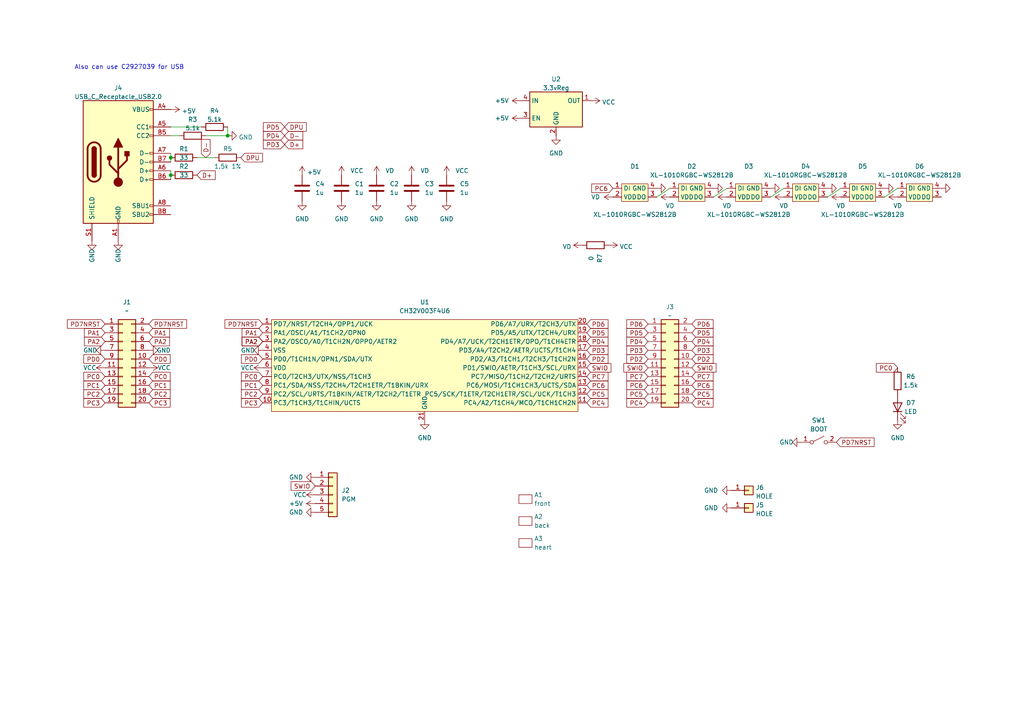
<source format=kicad_sch>
(kicad_sch (version 20211123) (generator eeschema)
  (paper "A4")
  (lib_symbols
    (symbol "CH32V003F4U6:CH32V003F4U6"
      (property "Reference" "U" (at 0 0 0))
      (property "Value" "CH32V003F4U6" (at 0 3.81 0))
      (symbol "CH32V003F4U6_0_1"
        (rectangle (start -44.45 12.7) (end 44.45 -13.97) (fill (type background)))
      )
      (symbol "CH32V003F4U6_1_1"
        (pin bidirectional line (at -46.99 11.43 0) (length 2.54) (name "PD7/NRST/T2CH4/OPP1/UCK") (number "1"))
        (pin bidirectional line (at -46.99 -11.43 0) (length 2.54) (name "PC3/T1CH3/T1CHIN/UCTS") (number "10"))
        (pin bidirectional line (at 46.99 -11.43 180) (length 2.54) (name "PC4/A2/T1CH4/MCO/T1CH1CH2N") (number "11"))
        (pin bidirectional line (at 46.99 -8.89 180) (length 2.54) (name "PC5/SCK/T1ETR/T2CH1ETR/SCL/UCK/T1CH3") (number "12"))
        (pin bidirectional line (at 46.99 -6.35 180) (length 2.54) (name "PC6/MOSI/T1CH1CH3/UCTS/SDA") (number "13"))
        (pin bidirectional line (at 46.99 -3.81 180) (length 2.54) (name "PC7/MISO/T1CH2/T2CH2/URTS") (number "14"))
        (pin bidirectional line (at 46.99 -1.27 180) (length 2.54) (name "PD1/SWIO/AETR/T1CH3/SCL/URX") (number "15"))
        (pin bidirectional line (at 46.99 1.27 180) (length 2.54) (name "PD2/A3/T1CH1/T2CH3/T1CH2N") (number "16"))
        (pin bidirectional line (at 46.99 3.81 180) (length 2.54) (name "PD3/A4/T2CH2/AETR/UCTS/T1CH4") (number "17"))
        (pin bidirectional line (at 46.99 6.35 180) (length 2.54) (name "PD4/A7/UCK/T2CH1ETR/OPO/T1CH4ETR") (number "18"))
        (pin bidirectional line (at 46.99 8.89 180) (length 2.54) (name "PD5/A5/UTX/T2CH4/URX") (number "19"))
        (pin bidirectional line (at -46.99 8.89 0) (length 2.54) (name "PA1/OSCI/A1/T1CH2/OPN0") (number "2"))
        (pin bidirectional line (at 46.99 11.43 180) (length 2.54) (name "PD6/A7/URX/T2CH3/UTX") (number "20"))
        (pin bidirectional line (at 0 -16.51 90) (length 2.54) (name "GND") (number "21"))
        (pin bidirectional line (at -46.99 6.35 0) (length 2.54) (name "PA2/OSCO/A0/T1CH2N/OPP0/AETR2") (number "3"))
        (pin bidirectional line (at -46.99 3.81 0) (length 2.54) (name "VSS") (number "4"))
        (pin bidirectional line (at -46.99 1.27 0) (length 2.54) (name "PD0/T1CH1N/OPN1/SDA/UTX") (number "5"))
        (pin bidirectional line (at -46.99 -1.27 0) (length 2.54) (name "VDD") (number "6"))
        (pin bidirectional line (at -46.99 -3.81 0) (length 2.54) (name "PC0/T2CH3/UTX/NSS/T1CH3") (number "7"))
        (pin bidirectional line (at -46.99 -6.35 0) (length 2.54) (name "PC1/SDA/NSS/T2CH4/T2CH1ETR/T1BKIN/URX") (number "8"))
        (pin bidirectional line (at -46.99 -8.89 0) (length 2.54) (name "PC2/SCL/URTS/T1BKIN/AETR/T2CH2/T1ETR") (number "9"))
      )
    )
    (symbol "Connector:USB_C_Receptacle_USB2.0" (pin_names (offset 1.016))
      (property "Reference" "J" (at -10.16 19.05 0))
      (property "Value" "USB_C_Receptacle_USB2.0" (at 19.05 19.05 0))
      (symbol "USB_C_Receptacle_USB2.0_0_0"
        (rectangle (start -0.254 -17.78) (end 0.254 -16.764))
        (rectangle (start 10.16 -14.986) (end 9.144 -15.494))
        (rectangle (start 10.16 -12.446) (end 9.144 -12.954))
        (rectangle (start 10.16 -4.826) (end 9.144 -5.334))
        (rectangle (start 10.16 -2.286) (end 9.144 -2.794))
        (rectangle (start 10.16 0.254) (end 9.144 -0.254))
        (rectangle (start 10.16 2.794) (end 9.144 2.286))
        (rectangle (start 10.16 7.874) (end 9.144 7.366))
        (rectangle (start 10.16 10.414) (end 9.144 9.906))
        (rectangle (start 10.16 15.494) (end 9.144 14.986))
      )
      (symbol "USB_C_Receptacle_USB2.0_0_1"
        (rectangle (start -10.16 17.78) (end 10.16 -17.78) (stroke (width 0.254)) (fill (type background)))
        (arc (start -8.89 -3.81) (mid -6.985 -5.715) (end -5.08 -3.81) (stroke (width 0.508)))
        (arc (start -7.62 -3.81) (mid -6.985 -4.445) (end -6.35 -3.81) (stroke (width 0.254)))
        (arc (start -7.62 -3.81) (mid -6.985 -4.445) (end -6.35 -3.81) (stroke (width 0.254)) (fill (type outline)))
        (rectangle (start -7.62 -3.81) (end -6.35 3.81) (stroke (width 0.254)) (fill (type outline)))
        (arc (start -6.35 3.81) (mid -6.985 4.445) (end -7.62 3.81) (stroke (width 0.254)))
        (arc (start -6.35 3.81) (mid -6.985 4.445) (end -7.62 3.81) (stroke (width 0.254)) (fill (type outline)))
        (arc (start -5.08 3.81) (mid -6.985 5.715) (end -8.89 3.81) (stroke (width 0.508)))
        (circle (center -2.54 1.143) (radius 0.635) (stroke (width 0.254)) (fill (type outline)))
        (circle (center 0 -5.842) (radius 1.27) (fill (type outline)))
        (polyline (pts (xy -8.89 -3.81) (xy -8.89 3.81)) (stroke (width 0.508)))
        (polyline (pts (xy -5.08 3.81) (xy -5.08 -3.81)) (stroke (width 0.508)))
        (polyline (pts (xy 0 -5.842) (xy 0 4.318)) (stroke (width 0.508)))
        (polyline (pts (xy 0 -3.302) (xy -2.54 -0.762) (xy -2.54 0.508)) (stroke (width 0.508)))
        (polyline (pts (xy 0 -2.032) (xy 2.54 0.508) (xy 2.54 1.778)) (stroke (width 0.508)))
        (polyline (pts (xy -1.27 4.318) (xy 0 6.858) (xy 1.27 4.318) (xy -1.27 4.318)) (stroke (width 0.254)) (fill (type outline)))
        (rectangle (start 1.905 1.778) (end 3.175 3.048) (stroke (width 0.254)) (fill (type outline)))
      )
      (symbol "USB_C_Receptacle_USB2.0_1_1"
        (pin passive line (at 0 -22.86 90) (length 5.08) (name "GND") (number "A1"))
        (pin passive line (at 0 -22.86 90) (length 5.08) hide (name "GND") (number "A12"))
        (pin passive line (at 15.24 15.24 180) (length 5.08) (name "VBUS") (number "A4"))
        (pin bidirectional line (at 15.24 10.16 180) (length 5.08) (name "CC1") (number "A5"))
        (pin bidirectional line (at 15.24 -2.54 180) (length 5.08) (name "D+") (number "A6"))
        (pin bidirectional line (at 15.24 2.54 180) (length 5.08) (name "D-") (number "A7"))
        (pin bidirectional line (at 15.24 -12.7 180) (length 5.08) (name "SBU1") (number "A8"))
        (pin passive line (at 15.24 15.24 180) (length 5.08) hide (name "VBUS") (number "A9"))
        (pin passive line (at 0 -22.86 90) (length 5.08) hide (name "GND") (number "B1"))
        (pin passive line (at 0 -22.86 90) (length 5.08) hide (name "GND") (number "B12"))
        (pin passive line (at 15.24 15.24 180) (length 5.08) hide (name "VBUS") (number "B4"))
        (pin bidirectional line (at 15.24 7.62 180) (length 5.08) (name "CC2") (number "B5"))
        (pin bidirectional line (at 15.24 -5.08 180) (length 5.08) (name "D+") (number "B6"))
        (pin bidirectional line (at 15.24 0 180) (length 5.08) (name "D-") (number "B7"))
        (pin bidirectional line (at 15.24 -15.24 180) (length 5.08) (name "SBU2") (number "B8"))
        (pin passive line (at 15.24 15.24 180) (length 5.08) hide (name "VBUS") (number "B9"))
        (pin passive line (at -7.62 -22.86 90) (length 5.08) (name "SHIELD") (number "S1"))
      )
    )
    (symbol "Connector_Generic:Conn_01x01" (pin_names (offset 1.016) hide)
      (property "Reference" "J" (at 0 2.54 0))
      (property "Value" "Conn_01x01" (at 0 -2.54 0))
      (symbol "Conn_01x01_1_1"
        (rectangle (start -1.27 0.127) (end 0 -0.127) (stroke (width 0.1524)))
        (rectangle (start -1.27 1.27) (end 1.27 -1.27) (stroke (width 0.254)) (fill (type background)))
        (pin passive line (at -5.08 0 0) (length 3.81) (name "Pin_1") (number "1"))
      )
    )
    (symbol "Connector_Generic:Conn_01x05" (pin_names (offset 1.016) hide)
      (property "Reference" "J" (at 0 7.62 0))
      (property "Value" "Conn_01x05" (at 0 -7.62 0))
      (symbol "Conn_01x05_1_1"
        (rectangle (start -1.27 -4.953) (end 0 -5.207) (stroke (width 0.1524)))
        (rectangle (start -1.27 -2.413) (end 0 -2.667) (stroke (width 0.1524)))
        (rectangle (start -1.27 0.127) (end 0 -0.127) (stroke (width 0.1524)))
        (rectangle (start -1.27 2.667) (end 0 2.413) (stroke (width 0.1524)))
        (rectangle (start -1.27 5.207) (end 0 4.953) (stroke (width 0.1524)))
        (rectangle (start -1.27 6.35) (end 1.27 -6.35) (stroke (width 0.254)) (fill (type background)))
        (pin passive line (at -5.08 5.08 0) (length 3.81) (name "Pin_1") (number "1"))
        (pin passive line (at -5.08 2.54 0) (length 3.81) (name "Pin_2") (number "2"))
        (pin passive line (at -5.08 0 0) (length 3.81) (name "Pin_3") (number "3"))
        (pin passive line (at -5.08 -2.54 0) (length 3.81) (name "Pin_4") (number "4"))
        (pin passive line (at -5.08 -5.08 0) (length 3.81) (name "Pin_5") (number "5"))
      )
    )
    (symbol "Connector_Generic:Conn_02x10_Odd_Even" (pin_names (offset 1.016) hide)
      (property "Reference" "J" (at 1.27 12.7 0))
      (property "Value" "Conn_02x10_Odd_Even" (at 1.27 -15.24 0))
      (symbol "Conn_02x10_Odd_Even_1_1"
        (rectangle (start -1.27 -12.573) (end 0 -12.827) (stroke (width 0.1524)))
        (rectangle (start -1.27 -10.033) (end 0 -10.287) (stroke (width 0.1524)))
        (rectangle (start -1.27 -7.493) (end 0 -7.747) (stroke (width 0.1524)))
        (rectangle (start -1.27 -4.953) (end 0 -5.207) (stroke (width 0.1524)))
        (rectangle (start -1.27 -2.413) (end 0 -2.667) (stroke (width 0.1524)))
        (rectangle (start -1.27 0.127) (end 0 -0.127) (stroke (width 0.1524)))
        (rectangle (start -1.27 2.667) (end 0 2.413) (stroke (width 0.1524)))
        (rectangle (start -1.27 5.207) (end 0 4.953) (stroke (width 0.1524)))
        (rectangle (start -1.27 7.747) (end 0 7.493) (stroke (width 0.1524)))
        (rectangle (start -1.27 10.287) (end 0 10.033) (stroke (width 0.1524)))
        (rectangle (start -1.27 11.43) (end 3.81 -13.97) (stroke (width 0.254)) (fill (type background)))
        (rectangle (start 3.81 -12.573) (end 2.54 -12.827) (stroke (width 0.1524)))
        (rectangle (start 3.81 -10.033) (end 2.54 -10.287) (stroke (width 0.1524)))
        (rectangle (start 3.81 -7.493) (end 2.54 -7.747) (stroke (width 0.1524)))
        (rectangle (start 3.81 -4.953) (end 2.54 -5.207) (stroke (width 0.1524)))
        (rectangle (start 3.81 -2.413) (end 2.54 -2.667) (stroke (width 0.1524)))
        (rectangle (start 3.81 0.127) (end 2.54 -0.127) (stroke (width 0.1524)))
        (rectangle (start 3.81 2.667) (end 2.54 2.413) (stroke (width 0.1524)))
        (rectangle (start 3.81 5.207) (end 2.54 4.953) (stroke (width 0.1524)))
        (rectangle (start 3.81 7.747) (end 2.54 7.493) (stroke (width 0.1524)))
        (rectangle (start 3.81 10.287) (end 2.54 10.033) (stroke (width 0.1524)))
        (pin passive line (at -5.08 10.16 0) (length 3.81) (name "Pin_1") (number "1"))
        (pin passive line (at 7.62 0 180) (length 3.81) (name "Pin_10") (number "10"))
        (pin passive line (at -5.08 -2.54 0) (length 3.81) (name "Pin_11") (number "11"))
        (pin passive line (at 7.62 -2.54 180) (length 3.81) (name "Pin_12") (number "12"))
        (pin passive line (at -5.08 -5.08 0) (length 3.81) (name "Pin_13") (number "13"))
        (pin passive line (at 7.62 -5.08 180) (length 3.81) (name "Pin_14") (number "14"))
        (pin passive line (at -5.08 -7.62 0) (length 3.81) (name "Pin_15") (number "15"))
        (pin passive line (at 7.62 -7.62 180) (length 3.81) (name "Pin_16") (number "16"))
        (pin passive line (at -5.08 -10.16 0) (length 3.81) (name "Pin_17") (number "17"))
        (pin passive line (at 7.62 -10.16 180) (length 3.81) (name "Pin_18") (number "18"))
        (pin passive line (at -5.08 -12.7 0) (length 3.81) (name "Pin_19") (number "19"))
        (pin passive line (at 7.62 10.16 180) (length 3.81) (name "Pin_2") (number "2"))
        (pin passive line (at 7.62 -12.7 180) (length 3.81) (name "Pin_20") (number "20"))
        (pin passive line (at -5.08 7.62 0) (length 3.81) (name "Pin_3") (number "3"))
        (pin passive line (at 7.62 7.62 180) (length 3.81) (name "Pin_4") (number "4"))
        (pin passive line (at -5.08 5.08 0) (length 3.81) (name "Pin_5") (number "5"))
        (pin passive line (at 7.62 5.08 180) (length 3.81) (name "Pin_6") (number "6"))
        (pin passive line (at -5.08 2.54 0) (length 3.81) (name "Pin_7") (number "7"))
        (pin passive line (at 7.62 2.54 180) (length 3.81) (name "Pin_8") (number "8"))
        (pin passive line (at -5.08 0 0) (length 3.81) (name "Pin_9") (number "9"))
      )
    )
    (symbol "Device:C" (pin_numbers hide) (pin_names (offset 0.254))
      (property "Reference" "C" (at 0.635 2.54 0))
      (property "Value" "C" (at 0.635 -2.54 0))
      (symbol "C_0_1"
        (polyline (pts (xy -2.032 -0.762) (xy 2.032 -0.762)) (stroke (width 0.508)))
        (polyline (pts (xy -2.032 0.762) (xy 2.032 0.762)) (stroke (width 0.508)))
      )
      (symbol "C_1_1"
        (pin passive line (at 0 3.81 270) (length 2.794) (name "~") (number "1"))
        (pin passive line (at 0 -3.81 90) (length 2.794) (name "~") (number "2"))
      )
    )
    (symbol "Device:LED" (pin_numbers hide) (pin_names (offset 1.016) hide)
      (property "Reference" "D" (at 0 2.54 0))
      (property "Value" "LED" (at 0 -2.54 0))
      (symbol "LED_0_1"
        (polyline (pts (xy -1.27 -1.27) (xy -1.27 1.27)) (stroke (width 0.254)))
        (polyline (pts (xy -1.27 0) (xy 1.27 0)))
        (polyline (pts (xy 1.27 -1.27) (xy 1.27 1.27) (xy -1.27 0) (xy 1.27 -1.27)) (stroke (width 0.254)))
        (polyline (pts (xy -3.048 -0.762) (xy -4.572 -2.286) (xy -3.81 -2.286) (xy -4.572 -2.286) (xy -4.572 -1.524)))
        (polyline (pts (xy -1.778 -0.762) (xy -3.302 -2.286) (xy -2.54 -2.286) (xy -3.302 -2.286) (xy -3.302 -1.524)))
      )
      (symbol "LED_1_1"
        (pin passive line (at -3.81 0 0) (length 2.54) (name "K") (number "1"))
        (pin passive line (at 3.81 0 180) (length 2.54) (name "A") (number "2"))
      )
    )
    (symbol "Device:R" (pin_numbers hide) (pin_names (offset 0))
      (property "Reference" "R" (at 2.032 0 90))
      (property "Value" "R" (at 0 0 90))
      (symbol "R_0_1"
        (rectangle (start -1.016 -2.54) (end 1.016 2.54) (stroke (width 0.254)))
      )
      (symbol "R_1_1"
        (pin passive line (at 0 3.81 270) (length 1.27) (name "~") (number "1"))
        (pin passive line (at 0 -3.81 90) (length 1.27) (name "~") (number "2"))
      )
    )
    (symbol "Regulator_Linear:NCP115AMX120TCG"
      (property "Reference" "U" (at 2.54 10.16 0))
      (property "Value" "NCP115AMX120TCG" (at 10.16 7.62 0))
      (symbol "NCP115AMX120TCG_0_1"
        (rectangle (start -7.62 5.08) (end 7.62 -5.08) (stroke (width 0.254)) (fill (type background)))
      )
      (symbol "NCP115AMX120TCG_1_1"
        (pin power_out line (at 10.16 2.54 180) (length 2.54) (name "OUT") (number "1"))
        (pin power_in line (at 0 -7.62 90) (length 2.54) (name "GND") (number "2"))
        (pin input line (at -10.16 -2.54 0) (length 2.54) (name "EN") (number "3"))
        (pin power_in line (at -10.16 2.54 0) (length 2.54) (name "IN") (number "4"))
        (pin passive line (at 0 -7.62 90) (length 2.54) hide (name "GND") (number "5"))
      )
    )
    (symbol "SK6805-EC15_1"
      (property "Reference" "D" (at 0 -3.81 0))
      (property "Value" "SK6805-EC15_1" (at -1.27 3.81 0))
      (symbol "SK6805-EC15_1_0_1"
        (rectangle (start -3.81 2.54) (end 3.81 -2.54) (fill (type background)))
      )
      (symbol "SK6805-EC15_1_1_1"
        (pin input line (at -6.35 1.27 0) (length 2.54) (name "DI") (number "1"))
        (pin power_in line (at -6.35 -1.27 0) (length 2.54) (name "VDD") (number "2"))
        (pin output line (at 6.35 -1.27 180) (length 2.54) (name "DO") (number "3"))
        (pin power_in line (at 6.35 1.27 180) (length 2.54) (name "GND") (number "4"))
      )
    )
    (symbol "SK6805-EC15_2"
      (property "Reference" "D" (at 0 -3.81 0))
      (property "Value" "SK6805-EC15_2" (at -1.27 3.81 0))
      (symbol "SK6805-EC15_2_0_1"
        (rectangle (start -3.81 2.54) (end 3.81 -2.54) (fill (type background)))
      )
      (symbol "SK6805-EC15_2_1_1"
        (pin input line (at -6.35 1.27 0) (length 2.54) (name "DI") (number "1"))
        (pin power_in line (at -6.35 -1.27 0) (length 2.54) (name "VDD") (number "2"))
        (pin output line (at 6.35 -1.27 180) (length 2.54) (name "DO") (number "3"))
        (pin power_in line (at 6.35 1.27 180) (length 2.54) (name "GND") (number "4"))
      )
    )
    (symbol "SK6805-EC15_3"
      (property "Reference" "D" (at 0 -3.81 0))
      (property "Value" "SK6805-EC15_3" (at -1.27 3.81 0))
      (symbol "SK6805-EC15_3_0_1"
        (rectangle (start -3.81 2.54) (end 3.81 -2.54) (fill (type background)))
      )
      (symbol "SK6805-EC15_3_1_1"
        (pin input line (at -6.35 1.27 0) (length 2.54) (name "DI") (number "1"))
        (pin power_in line (at -6.35 -1.27 0) (length 2.54) (name "VDD") (number "2"))
        (pin output line (at 6.35 -1.27 180) (length 2.54) (name "DO") (number "3"))
        (pin power_in line (at 6.35 1.27 180) (length 2.54) (name "GND") (number "4"))
      )
    )
    (symbol "SK6805-EC15_4"
      (property "Reference" "D" (at 0 -3.81 0))
      (property "Value" "SK6805-EC15_4" (at -1.27 3.81 0))
      (symbol "SK6805-EC15_4_0_1"
        (rectangle (start -3.81 2.54) (end 3.81 -2.54) (fill (type background)))
      )
      (symbol "SK6805-EC15_4_1_1"
        (pin input line (at -6.35 1.27 0) (length 2.54) (name "DI") (number "1"))
        (pin power_in line (at -6.35 -1.27 0) (length 2.54) (name "VDD") (number "2"))
        (pin output line (at 6.35 -1.27 180) (length 2.54) (name "DO") (number "3"))
        (pin power_in line (at 6.35 1.27 180) (length 2.54) (name "GND") (number "4"))
      )
    )
    (symbol "SK6805-EC15_5"
      (property "Reference" "D" (at 0 -3.81 0))
      (property "Value" "SK6805-EC15_5" (at -1.27 3.81 0))
      (symbol "SK6805-EC15_5_0_1"
        (rectangle (start -3.81 2.54) (end 3.81 -2.54) (fill (type background)))
      )
      (symbol "SK6805-EC15_5_1_1"
        (pin input line (at -6.35 1.27 0) (length 2.54) (name "DI") (number "1"))
        (pin power_in line (at -6.35 -1.27 0) (length 2.54) (name "VDD") (number "2"))
        (pin output line (at 6.35 -1.27 180) (length 2.54) (name "DO") (number "3"))
        (pin power_in line (at 6.35 1.27 180) (length 2.54) (name "GND") (number "4"))
      )
    )
    (symbol "Switch:SW_SPST" (pin_names (offset 0) hide)
      (property "Reference" "SW" (at 0 3.175 0))
      (property "Value" "SW_SPST" (at 0 -2.54 0))
      (symbol "SW_SPST_0_0"
        (circle (center -2.032 0) (radius 0.508))
        (polyline (pts (xy -1.524 0.254) (xy 1.524 1.778)))
        (circle (center 2.032 0) (radius 0.508))
      )
      (symbol "SW_SPST_1_1"
        (pin passive line (at -5.08 0 0) (length 2.54) (name "A") (number "1"))
        (pin passive line (at 5.08 0 180) (length 2.54) (name "B") (number "2"))
      )
    )
    (symbol "artwork:artwork"
      (property "Reference" "A" (at 0 0 0))
      (property "Value" "artwork" (at 0 2.54 0))
      (symbol "artwork_0_1"
        (rectangle (start -1.905 1.27) (end 1.905 -1.27))
      )
    )
    (symbol "cnhardware:SK6805-EC15"
      (property "Reference" "D" (at 0 -3.81 0))
      (property "Value" "SK6805-EC15" (at -1.27 3.81 0))
      (symbol "SK6805-EC15_0_1"
        (rectangle (start -3.81 2.54) (end 3.81 -2.54) (fill (type background)))
      )
      (symbol "SK6805-EC15_1_1"
        (pin input line (at -6.35 1.27 0) (length 2.54) (name "DI") (number "1"))
        (pin power_in line (at -6.35 -1.27 0) (length 2.54) (name "VDD") (number "2"))
        (pin output line (at 6.35 -1.27 180) (length 2.54) (name "DO") (number "3"))
        (pin power_in line (at 6.35 1.27 180) (length 2.54) (name "GND") (number "4"))
      )
    )
    (symbol "power:+5V" (power) (pin_names (offset 0))
      (property "Value" "+5V" (at 0 3.556 0))
      (symbol "+5V_0_1"
        (polyline (pts (xy -0.762 1.27) (xy 0 2.54)))
        (polyline (pts (xy 0 0) (xy 0 2.54)))
        (polyline (pts (xy 0 2.54) (xy 0.762 1.27)))
      )
      (symbol "+5V_1_1"
        (pin power_in line (at 0 0 90) (length 0) hide (name "+5V") (number "1"))
      )
    )
    (symbol "power:GND" (power) (pin_names (offset 0))
      (property "Value" "GND" (at 0 -3.81 0))
      (symbol "GND_0_1"
        (polyline (pts (xy 0 0) (xy 0 -1.27) (xy 1.27 -1.27) (xy 0 -2.54) (xy -1.27 -1.27) (xy 0 -1.27)))
      )
      (symbol "GND_1_1"
        (pin power_in line (at 0 0 270) (length 0) hide (name "GND") (number "1"))
      )
    )
    (symbol "power:VCC" (power) (pin_names (offset 0))
      (property "Value" "VCC" (at 0 3.81 0))
      (symbol "VCC_0_1"
        (polyline (pts (xy -0.762 1.27) (xy 0 2.54)))
        (polyline (pts (xy 0 0) (xy 0 2.54)))
        (polyline (pts (xy 0 2.54) (xy 0.762 1.27)))
      )
      (symbol "VCC_1_1"
        (pin power_in line (at 0 0 90) (length 0) hide (name "VCC") (number "1"))
      )
    )
    (symbol "power:VD" (power) (pin_names (offset 0))
      (property "Value" "VD" (at 0 3.81 0))
      (symbol "VD_0_1"
        (polyline (pts (xy -0.762 1.27) (xy 0 2.54)))
        (polyline (pts (xy 0 0) (xy 0 2.54)))
        (polyline (pts (xy 0 2.54) (xy 0.762 1.27)))
      )
      (symbol "VD_1_1"
        (pin power_in line (at 0 0 90) (length 0) hide (name "VD") (number "1"))
      )
    )
  )
  (junction (at 49.53 50.8))
  (junction (at 66.04 39.37))
  (junction (at 49.53 45.72))
  (wire (pts (xy 57.15 45.72) (xy 62.23 45.72)))
  (wire (pts (xy 52.07 39.37) (xy 49.53 39.37)))
  (wire (pts (xy 66.04 39.37) (xy 66.04 36.83)))
  (wire (pts (xy 223.52 57.15) (xy 227.33 54.61)))
  (wire (pts (xy 49.53 49.53) (xy 49.53 50.8)))
  (wire (pts (xy 207.01 57.15) (xy 210.82 54.61)))
  (wire (pts (xy 190.5 57.15) (xy 194.31 54.61)))
  (wire (pts (xy 240.03 57.15) (xy 243.84 54.61)))
  (wire (pts (xy 49.53 45.72) (xy 49.53 46.99)))
  (wire (pts (xy 59.69 39.37) (xy 66.04 39.37)))
  (wire (pts (xy 256.54 57.15) (xy 260.35 54.61)))
  (wire (pts (xy 49.53 44.45) (xy 49.53 45.72)))
  (wire (pts (xy 58.42 36.83) (xy 49.53 36.83)))
  (wire (pts (xy 49.53 50.8) (xy 49.53 52.07)))
  (text "Also can use C2927039 for USB" (at 21.59 20.32 0) (effects (font (size 1.27 1.27)) (justify left bottom)))
  (global_label "PC5" (shape input) (at 187.96 114.3 180) (property "Intersheet References" "${INTERSHEET_REFS}" (effects hide)))
  (global_label "PC3" (shape input) (at 30.48 116.84 180) (property "Intersheet References" "${INTERSHEET_REFS}" (effects hide)))
  (global_label "PA1" (shape input) (at 43.18 96.52 0) (property "Intersheet References" "${INTERSHEET_REFS}" (effects hide)))
  (global_label "PD6" (shape input) (at 170.18 93.98 0) (property "Intersheet References" "${INTERSHEET_REFS}" (effects hide)))
  (global_label "D+" (shape input) (at 82.55 41.91 0) (property "Intersheet References" "${INTERSHEET_REFS}" (effects hide)))
  (global_label "PC6" (shape input) (at 200.66 111.76 0) (property "Intersheet References" "${INTERSHEET_REFS}" (effects hide)))
  (global_label "SWIO" (shape input) (at 200.66 106.68 0) (property "Intersheet References" "${INTERSHEET_REFS}" (effects hide)))
  (global_label "PD2" (shape input) (at 170.18 104.14 0) (property "Intersheet References" "${INTERSHEET_REFS}" (effects hide)))
  (global_label "PC0" (shape input) (at 260.35 106.68 180) (property "Intersheet References" "${INTERSHEET_REFS}" (effects hide)))
  (global_label "PC5" (shape input) (at 170.18 114.3 0) (property "Intersheet References" "${INTERSHEET_REFS}" (effects hide)))
  (global_label "PA2" (shape input) (at 76.2 99.06 180) (property "Intersheet References" "${INTERSHEET_REFS}" (effects hide)))
  (global_label "PD0" (shape input) (at 30.48 104.14 180) (property "Intersheet References" "${INTERSHEET_REFS}" (effects hide)))
  (global_label "PC3" (shape input) (at 43.18 116.84 0) (property "Intersheet References" "${INTERSHEET_REFS}" (effects hide)))
  (global_label "PD5" (shape input) (at 187.96 96.52 180) (property "Intersheet References" "${INTERSHEET_REFS}" (effects hide)))
  (global_label "PC0" (shape input) (at 76.2 109.22 180) (property "Intersheet References" "${INTERSHEET_REFS}" (effects hide)))
  (global_label "PD4" (shape input) (at 170.18 99.06 0) (property "Intersheet References" "${INTERSHEET_REFS}" (effects hide)))
  (global_label "PC1" (shape input) (at 43.18 111.76 0) (property "Intersheet References" "${INTERSHEET_REFS}" (effects hide)))
  (global_label "PC3" (shape input) (at 76.2 116.84 180) (property "Intersheet References" "${INTERSHEET_REFS}" (effects hide)))
  (global_label "PD5" (shape input) (at 200.66 96.52 0) (property "Intersheet References" "${INTERSHEET_REFS}" (effects hide)))
  (global_label "PD6" (shape input) (at 200.66 93.98 0) (property "Intersheet References" "${INTERSHEET_REFS}" (effects hide)))
  (global_label "PA2" (shape input) (at 43.18 99.06 0) (property "Intersheet References" "${INTERSHEET_REFS}" (effects hide)))
  (global_label "PD7NRST" (shape input) (at 43.18 93.98 0) (property "Intersheet References" "${INTERSHEET_REFS}" (effects hide)))
  (global_label "PA1" (shape input) (at 76.2 96.52 180) (property "Intersheet References" "${INTERSHEET_REFS}" (effects hide)))
  (global_label "PA2" (shape input) (at 30.48 99.06 180) (property "Intersheet References" "${INTERSHEET_REFS}" (effects hide)))
  (global_label "PD7NRST" (shape input) (at 76.2 93.98 180) (property "Intersheet References" "${INTERSHEET_REFS}" (effects hide)))
  (global_label "PC1" (shape input) (at 76.2 111.76 180) (property "Intersheet References" "${INTERSHEET_REFS}" (effects hide)))
  (global_label "PC7" (shape input) (at 187.96 109.22 180) (property "Intersheet References" "${INTERSHEET_REFS}" (effects hide)))
  (global_label "D-" (shape input) (at 82.55 39.37 0) (property "Intersheet References" "${INTERSHEET_REFS}" (effects hide)))
  (global_label "PC2" (shape input) (at 30.48 114.3 180) (property "Intersheet References" "${INTERSHEET_REFS}" (effects hide)))
  (global_label "PC4" (shape input) (at 187.96 116.84 180) (property "Intersheet References" "${INTERSHEET_REFS}" (effects hide)))
  (global_label "PC5" (shape input) (at 200.66 114.3 0) (property "Intersheet References" "${INTERSHEET_REFS}" (effects hide)))
  (global_label "PD4" (shape input) (at 82.55 39.37 180) (property "Intersheet References" "${INTERSHEET_REFS}" (effects hide)))
  (global_label "PC2" (shape input) (at 43.18 114.3 0) (property "Intersheet References" "${INTERSHEET_REFS}" (effects hide)))
  (global_label "PD7NRST" (shape input) (at 30.48 93.98 180) (property "Intersheet References" "${INTERSHEET_REFS}" (effects hide)))
  (global_label "PD3" (shape input) (at 170.18 101.6 0) (property "Intersheet References" "${INTERSHEET_REFS}" (effects hide)))
  (global_label "PD2" (shape input) (at 200.66 104.14 0) (property "Intersheet References" "${INTERSHEET_REFS}" (effects hide)))
  (global_label "D-" (shape input) (at 59.69 45.72 90) (property "Intersheet References" "${INTERSHEET_REFS}" (effects hide)))
  (global_label "PC0" (shape input) (at 30.48 109.22 180) (property "Intersheet References" "${INTERSHEET_REFS}" (effects hide)))
  (global_label "PC1" (shape input) (at 30.48 111.76 180) (property "Intersheet References" "${INTERSHEET_REFS}" (effects hide)))
  (global_label "PC7" (shape input) (at 170.18 109.22 0) (property "Intersheet References" "${INTERSHEET_REFS}" (effects hide)))
  (global_label "PD3" (shape input) (at 200.66 101.6 0) (property "Intersheet References" "${INTERSHEET_REFS}" (effects hide)))
  (global_label "DPU" (shape input) (at 69.85 45.72 0) (property "Intersheet References" "${INTERSHEET_REFS}" (effects hide)))
  (global_label "DPU" (shape input) (at 82.55 36.83 0) (property "Intersheet References" "${INTERSHEET_REFS}" (effects hide)))
  (global_label "D+" (shape input) (at 57.15 50.8 0) (property "Intersheet References" "${INTERSHEET_REFS}" (effects hide)))
  (global_label "PD3" (shape input) (at 187.96 101.6 180) (property "Intersheet References" "${INTERSHEET_REFS}" (effects hide)))
  (global_label "PD0" (shape input) (at 76.2 104.14 180) (property "Intersheet References" "${INTERSHEET_REFS}" (effects hide)))
  (global_label "PC6" (shape input) (at 170.18 111.76 0) (property "Intersheet References" "${INTERSHEET_REFS}" (effects hide)))
  (global_label "PC6" (shape input) (at 177.8 54.61 180) (property "Intersheet References" "${INTERSHEET_REFS}" (effects hide)))
  (global_label "SWIO" (shape input) (at 91.44 140.97 180) (property "Intersheet References" "${INTERSHEET_REFS}" (effects hide)))
  (global_label "SWIO" (shape input) (at 187.96 106.68 180) (property "Intersheet References" "${INTERSHEET_REFS}" (effects hide)))
  (global_label "PC6" (shape input) (at 187.96 111.76 180) (property "Intersheet References" "${INTERSHEET_REFS}" (effects hide)))
  (global_label "PD7NRST" (shape input) (at 242.57 128.27 0) (property "Intersheet References" "${INTERSHEET_REFS}" (effects hide)))
  (global_label "PC2" (shape input) (at 76.2 114.3 180) (property "Intersheet References" "${INTERSHEET_REFS}" (effects hide)))
  (global_label "PD5" (shape input) (at 170.18 96.52 0) (property "Intersheet References" "${INTERSHEET_REFS}" (effects hide)))
  (global_label "PD3" (shape input) (at 82.55 41.91 180) (property "Intersheet References" "${INTERSHEET_REFS}" (effects hide)))
  (global_label "PA2" (shape input) (at 76.2 99.06 180) (property "Intersheet References" "${INTERSHEET_REFS}" (effects hide)))
  (global_label "PD4" (shape input) (at 187.96 99.06 180) (property "Intersheet References" "${INTERSHEET_REFS}" (effects hide)))
  (global_label "PC0" (shape input) (at 43.18 109.22 0) (property "Intersheet References" "${INTERSHEET_REFS}" (effects hide)))
  (global_label "PC4" (shape input) (at 170.18 116.84 0) (property "Intersheet References" "${INTERSHEET_REFS}" (effects hide)))
  (global_label "PA1" (shape input) (at 30.48 96.52 180) (property "Intersheet References" "${INTERSHEET_REFS}" (effects hide)))
  (global_label "PD5" (shape input) (at 82.55 36.83 180) (property "Intersheet References" "${INTERSHEET_REFS}" (effects hide)))
  (global_label "PC7" (shape input) (at 200.66 109.22 0) (property "Intersheet References" "${INTERSHEET_REFS}" (effects hide)))
  (global_label "PD2" (shape input) (at 187.96 104.14 180) (property "Intersheet References" "${INTERSHEET_REFS}" (effects hide)))
  (global_label "PD4" (shape input) (at 200.66 99.06 0) (property "Intersheet References" "${INTERSHEET_REFS}" (effects hide)))
  (global_label "PC4" (shape input) (at 200.66 116.84 0) (property "Intersheet References" "${INTERSHEET_REFS}" (effects hide)))
  (global_label "PD0" (shape input) (at 43.18 104.14 0) (property "Intersheet References" "${INTERSHEET_REFS}" (effects hide)))
  (global_label "SWIO" (shape input) (at 170.18 106.68 0) (property "Intersheet References" "${INTERSHEET_REFS}" (effects hide)))
  (global_label "PD6" (shape input) (at 187.96 93.98 180) (property "Intersheet References" "${INTERSHEET_REFS}" (effects hide)))
  (symbol (lib_id "power:GND") (at 207.01 54.61 90) (unit 1)
    (property "Reference" "#PWR0128" (effects hide))
    (property "Value" "GND" (effects hide))
  )
  (symbol (lib_id "power:GND") (at 212.09 147.32 270) (unit 1)
    (property "Reference" "#PWR0132" (effects hide))
    (property "Value" "GND" (at 208.28 147.32 90) (effects (justify right)))
  )
  (symbol (lib_id "power:GND") (at 99.06 58.42 0) (unit 1)
    (property "Reference" "#PWR0103" (effects hide))
    (property "Value" "GND" (at 99.06 63.5 0))
  )
  (symbol (lib_id "power:GND") (at 223.52 54.61 90) (unit 1)
    (property "Reference" "#PWR0127" (effects hide))
    (property "Value" "GND" (effects hide))
  )
  (symbol (lib_id "power:VD") (at 260.35 57.15 90) (unit 1)
    (property "Reference" "#PWR0140" (effects hide))
    (property "Value" "VD" (at 259.08 59.69 90) (effects (justify right)))
  )
  (symbol (lib_id "power:+5V") (at 151.13 34.29 90) (unit 1)
    (property "Reference" "#PWR0138" (effects hide))
    (property "Value" "+5V" (at 143.51 34.29 90) (effects (justify right)))
  )
  (symbol (lib_id "power:VD") (at 227.33 57.15 90) (unit 1)
    (property "Reference" "#PWR0126" (effects hide))
    (property "Value" "VD" (at 226.06 59.69 90) (effects (justify right)))
  )
  (symbol (lib_id "Regulator_Linear:NCP115AMX120TCG") (at 161.29 31.75 0) (unit 1)
    (property "Reference" "U2" (at 161.29 22.9702 0))
    (property "Value" "3.3vReg" (at 161.29 25.5071 0))
    (property "Footprint" "xdfn_reg:xdfn-reg" (effects hide))
    (property "Datasheet" "https://www.onsemi.com/pub/Collateral/NCP115-D.PDF" (effects hide))
    (property "LCSC" "C81114" (effects hide))
  )
  (symbol (lib_id "power:VCC") (at 99.06 50.8 0) (unit 1)
    (property "Reference" "#PWR0102" (effects hide))
    (property "Value" "VCC" (at 101.6 49.5299 0) (effects (justify left)))
  )
  (symbol (lib_id "power:GND") (at 30.48 101.6 270) (unit 1)
    (property "Reference" "#PWR0116" (effects hide))
    (property "Value" "GND" (at 24.13 101.6 90) (effects (justify left)))
  )
  (symbol (lib_name "SK6805-EC15_1") (lib_id "cnhardware:SK6805-EC15") (at 184.15 55.88 0) (unit 1)
    (property "Reference" "D1" (at 184.15 48.26 0))
    (property "Value" "XL-1010RGBC-WS2812B" (at 184.15 62.23 0))
    (property "Footprint" "cnhardware:XL-1010RGBC-WS812B" (effects hide))
    (property "LCSC" "C5349953" (effects hide))
  )
  (symbol (lib_id "Device:R") (at 66.04 45.72 90) (unit 1)
    (property "Reference" "R5" (at 66.04 43.18 90))
    (property "Value" "1.5k 1%" (at 66.04 48.26 90))
    (property "Footprint" "Resistor_SMD:R_0402_1005Metric" (effects hide))
    (property "LCSC" "C25867" (effects hide))
  )
  (symbol (lib_id "power:GND") (at 26.67 69.85 0) (unit 1)
    (property "Reference" "#PWR0120" (effects hide))
    (property "Value" "GND" (at 26.67 76.2 90) (effects (justify left)))
  )
  (symbol (lib_id "Device:C") (at 129.54 54.61 0) (unit 1)
    (property "Reference" "C5" (at 133.35 53.3399 0) (effects (justify left)))
    (property "Value" "1u" (at 133.35 55.8799 0) (effects (justify left)))
    (property "Footprint" "Capacitor_SMD:C_0402_1005Metric" (effects hide))
    (property "LCSC" "C237173" (effects hide))
  )
  (symbol (lib_id "Device:C") (at 109.22 54.61 0) (unit 1)
    (property "Reference" "C2" (at 113.03 53.3399 0) (effects (justify left)))
    (property "Value" "1u" (at 113.03 55.8799 0) (effects (justify left)))
    (property "Footprint" "Capacitor_SMD:C_0402_1005Metric" (effects hide))
    (property "LCSC" "C237173" (effects hide))
  )
  (symbol (lib_id "Switch:SW_SPST") (at 237.49 128.27 0) (unit 1)
    (property "Reference" "SW1" (at 237.49 121.92 0))
    (property "Value" "BOOT" (at 237.49 124.46 0))
    (property "Footprint" "cnhardware:TS-1187A-B-A-B-TACTILE" (effects hide))
    (property "LCSC" "C318884" (effects hide))
  )
  (symbol (lib_id "power:VCC") (at 176.53 71.12 270) (unit 1)
    (property "Reference" "#PWR0104" (effects hide))
    (property "Value" "VCC" (at 179.705 71.5538 90) (effects (justify left)))
  )
  (symbol (lib_id "power:GND") (at 91.44 138.43 270) (unit 1)
    (property "Reference" "#PWR0115" (effects hide))
    (property "Value" "GND" (at 83.82 138.43 90) (effects (justify left)))
  )
  (symbol (lib_id "power:+5V") (at 49.53 31.75 270) (unit 1)
    (property "Reference" "#PWR0133" (effects hide))
    (property "Value" "+5V" (at 52.705 32.1838 90) (effects (justify left)))
  )
  (symbol (lib_id "power:+5V") (at 151.13 29.21 90) (unit 1)
    (property "Reference" "#PWR0137" (effects hide))
    (property "Value" "+5V" (at 143.51 29.21 90) (effects (justify right)))
  )
  (symbol (lib_id "power:+5V") (at 87.63 50.8 0) (unit 1)
    (property "Reference" "#PWR0135" (effects hide))
    (property "Value" "+5V" (at 89.027 49.9638 0) (effects (justify left)))
  )
  (symbol (lib_id "power:GND") (at 212.09 142.24 270) (unit 1)
    (property "Reference" "#PWR09" (effects hide))
    (property "Value" "GND" (at 208.28 142.24 90) (effects (justify right)))
  )
  (symbol (lib_id "Connector:USB_C_Receptacle_USB2.0") (at 34.29 46.99 0) (unit 1)
    (property "Reference" "J4" (at 34.29 25.5102 0))
    (property "Value" "USB_C_Receptacle_USB2.0" (at 34.29 28.0471 0))
    (property "Footprint" "Connector_USB:USB_C_Receptacle_HRO_TYPE-C-31-M-12" (effects hide))
    (property "Datasheet" "https://www.usb.org/sites/default/files/documents/usb_type-c.zip" (effects hide))
    (property "LCSC" "C709358" (effects hide))
  )
  (symbol (lib_id "power:GND") (at 109.22 58.42 0) (unit 1)
    (property "Reference" "#PWR0101" (effects hide))
    (property "Value" "GND" (at 109.22 63.5 0))
  )
  (symbol (lib_id "power:VCC") (at 129.54 50.8 0) (unit 1)
    (property "Reference" "#PWR0144" (effects hide))
    (property "Value" "VCC" (at 132.08 49.5299 0) (effects (justify left)))
  )
  (symbol (lib_id "Connector_Generic:Conn_01x05") (at 96.52 143.51 0) (unit 1)
    (property "Reference" "J2" (at 99.06 142.2399 0) (effects (justify left)))
    (property "Value" "PGM" (at 99.06 144.7799 0) (effects (justify left)))
    (property "Footprint" "Custom:PinHeader_1x05_P2.54mm_Vertical" (effects hide))
    (property "LCSC" "C358687" (effects hide))
  )
  (symbol (lib_id "power:VD") (at 194.31 57.15 90) (unit 1)
    (property "Reference" "#PWR0123" (effects hide))
    (property "Value" "VD" (at 193.04 59.69 90) (effects (justify right)))
  )
  (symbol (lib_id "Device:R") (at 53.34 50.8 90) (unit 1)
    (property "Reference" "R2" (at 53.34 48.26 90))
    (property "Value" "33" (at 53.34 50.8 90))
    (property "Footprint" "Resistor_SMD:R_0402_1005Metric" (effects hide))
    (property "LCSC" "C25105" (effects hide))
  )
  (symbol (lib_id "artwork:artwork") (at 152.4 144.78 0) (unit 1)
    (property "Reference" "A1" (at 154.94 143.5099 0) (effects (justify left)))
    (property "Value" "front" (at 154.94 146.0499 0) (effects (justify left)))
    (property "Footprint" "art:Front" (effects hide))
  )
  (symbol (lib_id "power:GND") (at 87.63 58.42 0) (unit 1)
    (property "Reference" "#PWR0134" (effects hide))
    (property "Value" "GND" (at 87.63 63.5 0))
  )
  (symbol (lib_id "Connector_Generic:Conn_02x10_Odd_Even") (at 35.56 104.14 0) (unit 1)
    (property "Reference" "J1" (at 36.83 87.63 0))
    (property "Value" "~" (at 36.83 90.17 0))
    (property "Footprint" "Custom:PinHeader_2x10_P2.54mm_Vertical" (effects hide))
    (property "LCSC" "C124359" (effects hide))
  )
  (symbol (lib_id "power:VCC") (at 91.44 143.51 90) (unit 1)
    (property "Reference" "#PWR0106" (effects hide))
    (property "Value" "VCC" (at 85.09 143.51 90) (effects (justify right)))
  )
  (symbol (lib_id "power:+5V") (at 91.44 146.05 90) (unit 1)
    (property "Reference" "#PWR0113" (effects hide))
    (property "Value" "+5V" (at 83.82 146.05 90) (effects (justify right)))
  )
  (symbol (lib_name "SK6805-EC15_5") (lib_id "cnhardware:SK6805-EC15") (at 217.17 55.88 0) (unit 1)
    (property "Reference" "D3" (at 217.17 48.26 0))
    (property "Value" "XL-1010RGBC-WS2812B" (at 217.17 62.23 0))
    (property "Footprint" "cnhardware:XL-1010RGBC-WS812B" (effects hide))
    (property "LCSC" "C5349953" (effects hide))
  )
  (symbol (lib_id "power:GND") (at 256.54 54.61 90) (unit 1)
    (property "Reference" "#PWR0130" (effects hide))
    (property "Value" "GND" (effects hide))
  )
  (symbol (lib_id "power:VCC") (at 76.2 106.68 90) (unit 1)
    (property "Reference" "#PWR0111" (effects hide))
    (property "Value" "VCC" (at 69.85 106.68 90) (effects (justify right)))
  )
  (symbol (lib_id "cnhardware:SK6805-EC15") (at 200.66 55.88 0) (unit 1)
    (property "Reference" "D2" (at 200.66 48.26 0))
    (property "Value" "XL-1010RGBC-WS2812B" (at 200.66 50.8 0))
    (property "Footprint" "cnhardware:XL-1010RGBC-WS812B" (effects hide))
    (property "LCSC" "C5349953" (effects hide))
  )
  (symbol (lib_id "power:GND") (at 129.54 58.42 0) (unit 1)
    (property "Reference" "#PWR0142" (effects hide))
    (property "Value" "GND" (at 129.54 63.5 0))
  )
  (symbol (lib_id "power:GND") (at 273.05 54.61 90) (unit 1)
    (property "Reference" "#PWR0141" (effects hide))
    (property "Value" "GND" (effects hide))
  )
  (symbol (lib_id "CH32V003F4U6:CH32V003F4U6") (at 123.19 105.41 0) (unit 1)
    (property "Reference" "U1" (at 123.19 87.63 0))
    (property "Value" "CH32V003F4U6" (at 123.19 90.17 0))
    (property "Footprint" "Package_DFN_QFN:QFN-20-1EP_3x3mm_P0.4mm_EP1.65x1.65mm" (effects hide))
    (property "LCSC" "C5299908" (effects hide))
  )
  (symbol (lib_id "artwork:artwork") (at 152.4 157.48 0) (unit 1)
    (property "Reference" "A3" (at 154.94 156.2099 0) (effects (justify left)))
    (property "Value" "heart" (at 154.94 158.7499 0) (effects (justify left)))
    (property "Footprint" "art:Heart" (effects hide))
  )
  (symbol (lib_id "power:VCC") (at 30.48 106.68 90) (unit 1)
    (property "Reference" "#PWR0114" (effects hide))
    (property "Value" "VCC" (at 24.13 106.68 90) (effects (justify right)))
  )
  (symbol (lib_name "SK6805-EC15_4") (lib_id "cnhardware:SK6805-EC15") (at 233.68 55.88 0) (unit 1)
    (property "Reference" "D4" (at 233.68 48.26 0))
    (property "Value" "XL-1010RGBC-WS2812B" (at 233.68 50.8 0))
    (property "Footprint" "cnhardware:XL-1010RGBC-WS812B" (effects hide))
    (property "LCSC" "C5349953" (effects hide))
  )
  (symbol (lib_id "Device:R") (at 62.23 36.83 90) (unit 1)
    (property "Reference" "R4" (at 62.23 32.1142 90))
    (property "Value" "5.1k" (at 62.23 34.6511 90))
    (property "Footprint" "Resistor_SMD:R_0402_1005Metric" (effects hide))
    (property "LCSC" "C258132" (effects hide))
  )
  (symbol (lib_id "power:GND") (at 240.03 54.61 90) (unit 1)
    (property "Reference" "#PWR0124" (effects hide))
    (property "Value" "GND" (effects hide))
  )
  (symbol (lib_id "power:GND") (at 76.2 101.6 270) (unit 1)
    (property "Reference" "#PWR0112" (effects hide))
    (property "Value" "GND" (at 69.85 101.6 90) (effects (justify left)))
  )
  (symbol (lib_id "power:GND") (at 43.18 101.6 90) (mirror x) (unit 1)
    (property "Reference" "#PWR0143" (effects hide))
    (property "Value" "GND" (at 49.53 101.6 90) (effects (justify left)))
  )
  (symbol (lib_id "Connector_Generic:Conn_01x01") (at 217.17 142.24 0) (unit 1)
    (property "Reference" "J6" (at 219.202 141.4053 0) (effects (justify left)))
    (property "Value" "HOLE" (at 219.202 143.9422 0) (effects (justify left)))
    (property "Footprint" "MountingHole:MountingHole_2.2mm_M2_DIN965_Pad" (effects hide))
  )
  (symbol (lib_id "Device:R") (at 260.35 110.49 180) (unit 1)
    (property "Reference" "R6" (at 264.16 109.22 0))
    (property "Value" "1.5k" (at 264.16 111.76 0))
    (property "Footprint" "Resistor_SMD:R_0402_1005Metric" (effects hide))
    (property "LCSC" "C25867" (effects hide))
  )
  (symbol (lib_id "Device:LED") (at 260.35 118.11 90) (unit 1)
    (property "Reference" "D7" (at 264.16 116.84 90))
    (property "Value" "LED" (at 264.16 119.38 90))
    (property "Footprint" "LED_SMD:LED_0402_1005Metric" (effects hide))
    (property "LCSC" "C74342" (effects hide))
  )
  (symbol (lib_id "power:VD") (at 210.82 57.15 90) (unit 1)
    (property "Reference" "#PWR0129" (effects hide))
    (property "Value" "VD" (at 209.55 59.69 90) (effects (justify right)))
  )
  (symbol (lib_name "SK6805-EC15_3") (lib_id "cnhardware:SK6805-EC15") (at 250.19 55.88 0) (unit 1)
    (property "Reference" "D5" (at 250.19 48.26 0))
    (property "Value" "XL-1010RGBC-WS2812B" (at 250.19 62.23 0))
    (property "Footprint" "cnhardware:XL-1010RGBC-WS812B" (effects hide))
    (property "LCSC" "C5349953" (effects hide))
  )
  (symbol (lib_id "power:GND") (at 119.38 58.42 0) (unit 1)
    (property "Reference" "#PWR0109" (effects hide))
    (property "Value" "GND" (at 119.38 63.5 0))
  )
  (symbol (lib_id "artwork:artwork") (at 152.4 151.13 0) (unit 1)
    (property "Reference" "A2" (at 154.94 149.8599 0) (effects (justify left)))
    (property "Value" "back" (at 154.94 152.3999 0) (effects (justify left)))
    (property "Footprint" "art:Back" (effects hide))
  )
  (symbol (lib_id "power:GND") (at 66.04 39.37 90) (unit 1)
    (property "Reference" "#PWR0121" (effects hide))
    (property "Value" "GND" (at 69.215 39.8038 90) (effects (justify right)))
  )
  (symbol (lib_id "power:VD") (at 119.38 50.8 0) (unit 1)
    (property "Reference" "#PWR0110" (effects hide))
    (property "Value" "VD" (at 121.92 49.5299 0) (effects (justify left)))
  )
  (symbol (lib_id "power:GND") (at 161.29 39.37 0) (unit 1)
    (property "Reference" "#PWR0136" (effects hide))
    (property "Value" "GND" (at 161.29 44.45 0))
  )
  (symbol (lib_id "power:GND") (at 123.19 121.92 0) (unit 1)
    (property "Reference" "#PWR0117" (effects hide))
    (property "Value" "GND" (at 123.19 127 0))
  )
  (symbol (lib_id "power:VD") (at 243.84 57.15 90) (unit 1)
    (property "Reference" "#PWR0125" (effects hide))
    (property "Value" "VD" (at 242.57 59.69 90) (effects (justify right)))
  )
  (symbol (lib_id "Device:C") (at 99.06 54.61 0) (unit 1)
    (property "Reference" "C1" (at 102.87 53.3399 0) (effects (justify left)))
    (property "Value" "1u" (at 102.87 55.8799 0) (effects (justify left)))
    (property "Footprint" "Capacitor_SMD:C_0402_1005Metric" (effects hide))
    (property "LCSC" "C237173" (effects hide))
  )
  (symbol (lib_id "power:VCC") (at 43.18 106.68 270) (mirror x) (unit 1)
    (property "Reference" "#PWR0131" (effects hide))
    (property "Value" "VCC" (at 49.53 106.68 90) (effects (justify right)))
  )
  (symbol (lib_id "power:GND") (at 190.5 54.61 90) (unit 1)
    (property "Reference" "#PWR0122" (effects hide))
    (property "Value" "GND" (effects hide))
  )
  (symbol (lib_id "power:GND") (at 260.35 121.92 0) (unit 1)
    (property "Reference" "#PWR01" (effects hide))
    (property "Value" "GND" (at 260.35 127 0))
  )
  (symbol (lib_id "power:GND") (at 232.41 128.27 270) (unit 1)
    (property "Reference" "#PWR0145" (effects hide))
    (property "Value" "GND" (at 226.06 128.27 90) (effects (justify left)))
  )
  (symbol (lib_id "Device:R") (at 172.72 71.12 90) (unit 1)
    (property "Reference" "R7" (at 173.99 74.93 0))
    (property "Value" "0" (at 171.45 74.93 0))
    (property "Footprint" "Resistor_SMD:R_0402_1005Metric" (effects hide))
    (property "LCSC" " C17168" (effects hide))
  )
  (symbol (lib_id "power:VD") (at 168.91 71.12 90) (unit 1)
    (property "Reference" "#PWR0105" (effects hide))
    (property "Value" "VD" (at 165.735 71.5538 90) (effects (justify left)))
  )
  (symbol (lib_id "power:VD") (at 177.8 57.15 90) (unit 1)
    (property "Reference" "#PWR0108" (effects hide))
    (property "Value" "VD" (at 171.45 57.15 90) (effects (justify right)))
  )
  (symbol (lib_id "power:GND") (at 91.44 148.59 270) (unit 1)
    (property "Reference" "#PWR0118" (effects hide))
    (property "Value" "GND" (at 83.82 148.59 90) (effects (justify left)))
  )
  (symbol (lib_name "SK6805-EC15_2") (lib_id "cnhardware:SK6805-EC15") (at 266.7 55.88 0) (unit 1)
    (property "Reference" "D6" (at 266.7 48.26 0))
    (property "Value" "XL-1010RGBC-WS2812B" (at 266.7 50.8 0))
    (property "Footprint" "cnhardware:XL-1010RGBC-WS812B" (effects hide))
    (property "LCSC" "C5349953" (effects hide))
  )
  (symbol (lib_id "power:VCC") (at 171.45 29.21 270) (unit 1)
    (property "Reference" "#PWR0139" (effects hide))
    (property "Value" "VCC" (at 174.625 29.6438 90) (effects (justify left)))
  )
  (symbol (lib_id "Device:C") (at 87.63 54.61 0) (unit 1)
    (property "Reference" "C4" (at 91.44 53.3399 0) (effects (justify left)))
    (property "Value" "1u" (at 91.44 55.8799 0) (effects (justify left)))
    (property "Footprint" "Capacitor_SMD:C_0402_1005Metric" (effects hide))
    (property "LCSC" "C237173" (effects hide))
  )
  (symbol (lib_id "power:VD") (at 109.22 50.8 0) (unit 1)
    (property "Reference" "#PWR0119" (effects hide))
    (property "Value" "VD" (at 111.76 49.5299 0) (effects (justify left)))
  )
  (symbol (lib_id "Device:C") (at 119.38 54.61 0) (unit 1)
    (property "Reference" "C3" (at 123.19 53.3399 0) (effects (justify left)))
    (property "Value" "1u" (at 123.19 55.8799 0) (effects (justify left)))
    (property "Footprint" "Capacitor_SMD:C_0402_1005Metric" (effects hide))
    (property "LCSC" "C237173" (effects hide))
  )
  (symbol (lib_id "Connector_Generic:Conn_01x01") (at 217.17 147.32 0) (unit 1)
    (property "Reference" "J5" (at 219.202 146.4853 0) (effects (justify left)))
    (property "Value" "HOLE" (at 219.202 149.0222 0) (effects (justify left)))
    (property "Footprint" "MountingHole:MountingHole_2.2mm_M2_DIN965_Pad" (effects hide))
  )
  (symbol (lib_id "Connector_Generic:Conn_02x10_Odd_Even") (at 193.04 104.14 0) (unit 1)
    (property "Reference" "J3" (at 194.31 89.0102 0))
    (property "Value" "~" (at 194.31 91.5471 0))
    (property "Footprint" "Custom:PinHeader_2x10_P2.54mm_Vertical" (effects hide))
    (property "LCSC" "C124359" (effects hide))
  )
  (symbol (lib_id "Device:R") (at 53.34 45.72 90) (unit 1)
    (property "Reference" "R1" (at 53.34 43.18 90))
    (property "Value" "33" (at 53.34 45.72 90))
    (property "Footprint" "Resistor_SMD:R_0402_1005Metric" (effects hide))
    (property "LCSC" "C25105" (effects hide))
  )
  (symbol (lib_id "power:GND") (at 34.29 69.85 0) (unit 1)
    (property "Reference" "#PWR0107" (effects hide))
    (property "Value" "GND" (at 34.29 76.2 90) (effects (justify left)))
  )
  (symbol (lib_id "Device:R") (at 55.88 39.37 90) (unit 1)
    (property "Reference" "R3" (at 55.88 34.6542 90))
    (property "Value" "5.1k" (at 55.88 37.1911 90))
    (property "Footprint" "Resistor_SMD:R_0402_1005Metric" (effects hide))
    (property "LCSC" "C258132" (effects hide))
  )
)
</source>
